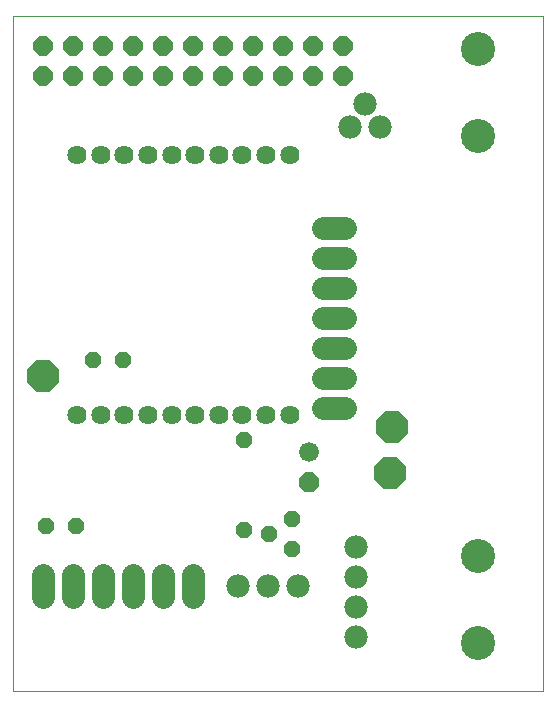
<source format=gbs>
G75*
%MOIN*%
%OFA0B0*%
%FSLAX24Y24*%
%IPPOS*%
%LPD*%
%AMOC8*
5,1,8,0,0,1.08239X$1,22.5*
%
%ADD10C,0.0000*%
%ADD11C,0.0640*%
%ADD12C,0.0780*%
%ADD13C,0.0780*%
%ADD14OC8,0.0560*%
%ADD15C,0.1135*%
%ADD16OC8,0.1040*%
%ADD17OC8,0.0660*%
%ADD18C,0.0660*%
%ADD19OC8,0.0640*%
D10*
X002074Y001361D02*
X002074Y023857D01*
X019743Y023857D01*
X019743Y001361D01*
X002074Y001361D01*
D11*
X004200Y010562D03*
X004987Y010562D03*
X005775Y010562D03*
X006562Y010562D03*
X007349Y010562D03*
X008137Y010562D03*
X008924Y010562D03*
X009712Y010562D03*
X010499Y010562D03*
X011286Y010562D03*
X011286Y019223D03*
X010499Y019223D03*
X009712Y019223D03*
X008924Y019223D03*
X008137Y019223D03*
X007349Y019223D03*
X006562Y019223D03*
X005775Y019223D03*
X004987Y019223D03*
X004200Y019223D03*
D12*
X012402Y016786D02*
X013142Y016786D01*
X013142Y015786D02*
X012402Y015786D01*
X012402Y014786D02*
X013142Y014786D01*
X013142Y013786D02*
X012402Y013786D01*
X012402Y012786D02*
X013142Y012786D01*
X013142Y011786D02*
X012402Y011786D01*
X012402Y010786D02*
X013142Y010786D01*
X008074Y005247D02*
X008074Y004507D01*
X007074Y004507D02*
X007074Y005247D01*
X006074Y005247D02*
X006074Y004507D01*
X005074Y004507D02*
X005074Y005247D01*
X004074Y005247D02*
X004074Y004507D01*
X003074Y004507D02*
X003074Y005247D01*
D13*
X009574Y004861D03*
X010574Y004861D03*
X011574Y004861D03*
X013491Y005154D03*
X013491Y004154D03*
X013491Y003154D03*
X013491Y006154D03*
X013308Y020172D03*
X013808Y020922D03*
X014308Y020172D03*
D14*
X009759Y009719D03*
X011353Y007105D03*
X010603Y006605D03*
X011353Y006105D03*
X009759Y006719D03*
X005723Y012385D03*
X004723Y012385D03*
X004149Y006873D03*
X003149Y006873D03*
D15*
X017574Y005861D03*
X017574Y002961D03*
X017574Y019861D03*
X017574Y022761D03*
D16*
X014708Y010176D03*
X014637Y008623D03*
X003074Y011861D03*
D17*
X011916Y008341D03*
D18*
X011916Y009341D03*
D19*
X012074Y021861D03*
X012074Y022861D03*
X013074Y022861D03*
X013074Y021861D03*
X011074Y021861D03*
X011074Y022861D03*
X010074Y022861D03*
X010074Y021861D03*
X009074Y021861D03*
X009074Y022861D03*
X008074Y022861D03*
X008074Y021861D03*
X007074Y021861D03*
X007074Y022861D03*
X006074Y022861D03*
X006074Y021861D03*
X005074Y021861D03*
X005074Y022861D03*
X004074Y022861D03*
X004074Y021861D03*
X003074Y021861D03*
X003074Y022861D03*
M02*

</source>
